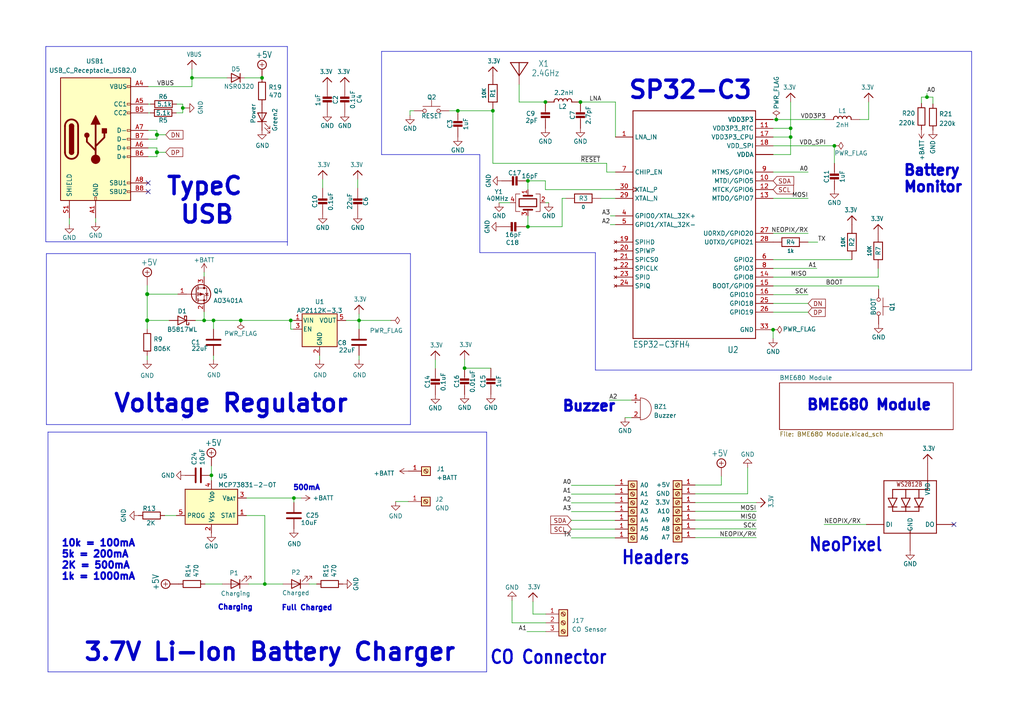
<source format=kicad_sch>
(kicad_sch (version 20230121) (generator eeschema)
  (paper "A4")
  (lib_symbols
    (symbol "Adafruit QT Py ESP32-C3-eagle-import:+5V" (power)
      (property "Value" "+5V" (at -1.905 3.175 0))
      (symbol "+5V_1_0"
        (pin power_in line (at 0 -2.54 90) (length 2.54) (name "+5V") (number "1"))
      )
    )
    (symbol "Adafruit QT Py ESP32-C3-eagle-import:3.3V" (power)
      (property "Value" "3.3V" (at -1.524 1.016 0))
      (symbol "3.3V_1_0"
        (pin power_in line (at 0 -2.54 90) (length 2.54) (name "3.3V") (number "1"))
      )
    )
    (symbol "Adafruit QT Py ESP32-C3-eagle-import:ANTENNA_JOHANSON_2450AT18B100"
      (property "Reference" "X" (at 3.81 1.27 0))
      (property "Value" "ANTENNA_JOHANSON_2450AT18B100" (at 3.81 -1.27 0))
      (symbol "ANTENNA_JOHANSON_2450AT18B100_1_0"
        (pin passive line (at 0 -2.54 90) (length 2.54) (name "P$1") (number "FP"))
      )
    )
    (symbol "Adafruit QT Py ESP32-C3-eagle-import:CAP_CERAMIC0805-NOOUTLINE"
      (property "Reference" "C" (at -2.29 1.25 90))
      (property "Value" "CAP_CERAMIC0805-NOOUTLINE" (at 2.3 1.25 90))
      (symbol "CAP_CERAMIC0805-NOOUTLINE_1_0"
        (pin passive line (at 0 5.08 270) (length 2.54) (name "1") (number "1"))
        (pin passive line (at 0 -2.54 90) (length 2.54) (name "2") (number "2"))
      )
    )
    (symbol "Adafruit QT Py ESP32-C3-eagle-import:CAP_CERAMIC_0402NO"
      (property "Reference" "C" (at -2.29 1.25 90))
      (property "Value" "CAP_CERAMIC_0402NO" (at 2.3 1.25 90))
      (symbol "CAP_CERAMIC_0402NO_1_0"
        (pin passive line (at 0 5.08 270) (length 2.54) (name "1") (number "1"))
        (pin passive line (at 0 -2.54 90) (length 2.54) (name "2") (number "2"))
      )
    )
    (symbol "Adafruit QT Py ESP32-C3-eagle-import:DIODE_SOD323MINI"
      (property "Reference" "D" (at 0 2.54 0))
      (property "Value" "DIODE_SOD323MINI" (at 0 -2.5 0))
      (symbol "DIODE_SOD323MINI_1_0"
        (pin passive line (at -2.54 0 0) (length 2.54) (name "A") (number "A"))
        (pin passive line (at 2.54 0 180) (length 2.54) (name "C") (number "C"))
      )
    )
    (symbol "Adafruit QT Py ESP32-C3-eagle-import:ESP32-C3FH4"
      (property "Reference" "U" (at -17.78 33.782 0))
      (property "Value" "ESP32-C3FH4" (at -17.78 -33.782 0))
      (symbol "ESP32-C3FH4_1_0"
        (pin bidirectional line (at -22.86 25.4 0) (length 5.08) (name "LNA_IN") (number "1"))
        (pin bidirectional line (at 22.86 12.7 180) (length 5.08) (name "MTDI/GPIO5") (number "10"))
        (pin power_in line (at 22.86 27.94 180) (length 5.08) (name "VDD3P3_RTC") (number "11"))
        (pin bidirectional line (at 22.86 10.16 180) (length 5.08) (name "MTCK/GPIO6") (number "12"))
        (pin bidirectional line (at 22.86 7.62 180) (length 5.08) (name "MTDO/GPIO7") (number "13"))
        (pin bidirectional line (at 22.86 -15.24 180) (length 5.08) (name "GPIO8") (number "14"))
        (pin bidirectional line (at 22.86 -17.78 180) (length 5.08) (name "BOOT/GPIO9") (number "15"))
        (pin bidirectional line (at 22.86 -20.32 180) (length 5.08) (name "GPIO10") (number "16"))
        (pin power_in line (at 22.86 25.4 180) (length 5.08) (name "VDD3P3_CPU") (number "17"))
        (pin power_in line (at 22.86 22.86 180) (length 5.08) (name "VDD_SPI") (number "18"))
        (pin no_connect line (at -22.86 -5.08 0) (length 5.08) (name "SPIHD") (number "19"))
        (pin power_in line (at 22.86 30.48 180) (length 5.08) (name "VDD3P3") (number "2"))
        (pin no_connect line (at -22.86 -7.62 0) (length 5.08) (name "SPIWP") (number "20"))
        (pin no_connect line (at -22.86 -10.16 0) (length 5.08) (name "SPICS0") (number "21"))
        (pin no_connect line (at -22.86 -12.7 0) (length 5.08) (name "SPICLK") (number "22"))
        (pin no_connect line (at -22.86 -15.24 0) (length 5.08) (name "SPID") (number "23"))
        (pin no_connect line (at -22.86 -17.78 0) (length 5.08) (name "SPIQ") (number "24"))
        (pin bidirectional line (at 22.86 -22.86 180) (length 5.08) (name "GPIO18") (number "25"))
        (pin bidirectional line (at 22.86 -25.4 180) (length 5.08) (name "GPIO19") (number "26"))
        (pin bidirectional line (at 22.86 -2.54 180) (length 5.08) (name "U0RXD/GPIO20") (number "27"))
        (pin bidirectional line (at 22.86 -5.08 180) (length 5.08) (name "U0TXD/GPIO21") (number "28"))
        (pin output line (at -22.86 7.62 0) (length 5.08) (name "XTAL_N") (number "29"))
        (pin power_in line (at 22.86 30.48 180) (length 5.08) (name "VDD3P3") (number "3"))
        (pin input clock (at -22.86 10.16 0) (length 5.08) (name "XTAL_P") (number "30"))
        (pin power_in line (at 22.86 20.32 180) (length 5.08) (name "VDDA") (number "31"))
        (pin power_in line (at 22.86 20.32 180) (length 5.08) (name "VDDA") (number "32"))
        (pin power_in line (at 22.86 -30.48 180) (length 5.08) (name "GND") (number "33"))
        (pin bidirectional line (at -22.86 2.54 0) (length 5.08) (name "GPIO0/XTAL_32K+") (number "4"))
        (pin bidirectional line (at -22.86 0 0) (length 5.08) (name "GPIO1/XTAL_32K-") (number "5"))
        (pin bidirectional line (at 22.86 -10.16 180) (length 5.08) (name "GPIO2") (number "6"))
        (pin input line (at -22.86 15.24 0) (length 5.08) (name "CHIP_EN") (number "7"))
        (pin bidirectional line (at 22.86 -12.7 180) (length 5.08) (name "GPIO3") (number "8"))
        (pin bidirectional line (at 22.86 15.24 180) (length 5.08) (name "MTMS/GPIO4") (number "9"))
      )
    )
    (symbol "Adafruit QT Py ESP32-C3-eagle-import:INDUCTOR_0402"
      (property "Reference" "L" (at 0 2.54 0))
      (property "Value" "INDUCTOR_0402" (at 0 -1.54 0))
      (symbol "INDUCTOR_0402_1_0"
        (pin passive line (at -5.08 0 0) (length 2.54) (name "1") (number "1"))
        (pin passive line (at 5.08 0 180) (length 2.54) (name "2") (number "2"))
      )
    )
    (symbol "Adafruit QT Py ESP32-C3-eagle-import:RESISTOR_0402NO"
      (property "Reference" "R" (at 0 2.54 0))
      (property "Value" "RESISTOR_0402NO" (at 0 0 0))
      (symbol "RESISTOR_0402NO_1_0"
        (pin passive line (at -5.08 0 0) (length 2.54) (name "1") (number "1"))
        (pin passive line (at 5.08 0 180) (length 2.54) (name "2") (number "2"))
      )
    )
    (symbol "Adafruit QT Py ESP32-C3-eagle-import:RESISTOR_TWO6MIL"
      (property "Reference" "R" (at 0 2.54 0))
      (property "Value" "RESISTOR_TWO6MIL" (at 0 0 0))
      (symbol "RESISTOR_TWO6MIL_1_0"
        (pin passive line (at -5.08 0 0) (length 2.54) (name "1") (number "1"))
        (pin passive line (at 5.08 0 180) (length 2.54) (name "2") (number "2"))
      )
    )
    (symbol "Adafruit QT Py ESP32-C3-eagle-import:VBUS" (power)
      (property "Value" "VBUS" (at -1.524 1.016 0))
      (symbol "VBUS_1_0"
        (pin power_in line (at 0 -2.54 90) (length 2.54) (name "VBUS") (number "1"))
      )
    )
    (symbol "Adafruit QT Py ESP32-C3-eagle-import:WS2812B_SK6805_1515"
      (symbol "WS2812B_SK6805_1515_1_0"
        (text "WS2812B" (at -4.064 8.382 0) (effects (font (size 1.27 1.0795)) (justify left bottom)))
        (pin input line (at -12.7 -2.54 0) (length 5.08) (name "DI") (number "1"))
        (pin power_in line (at 5.08 15.24 270) (length 5.08) (name "VDD") (number "2"))
        (pin output line (at 12.7 -2.54 180) (length 5.08) (name "DO") (number "3"))
        (pin power_in line (at 0 -10.16 90) (length 5.08) (name "GND") (number "4"))
      )
    )
    (symbol "Battery_Management:MCP73831-2-OT"
      (property "Reference" "U" (at -7.62 6.35 0))
      (property "Value" "MCP73831-2-OT" (at 1.27 6.35 0))
      (symbol "MCP73831-2-OT_1_1"
        (pin output line (at 10.16 -2.54 180) (length 2.54) (name "STAT") (number "1"))
        (pin power_in line (at 0 -7.62 90) (length 2.54) (name "V_{SS}") (number "2"))
        (pin power_out line (at 10.16 2.54 180) (length 2.54) (name "V_{BAT}") (number "3"))
        (pin power_in line (at 0 7.62 270) (length 2.54) (name "V_{DD}") (number "4"))
        (pin input line (at -10.16 -2.54 0) (length 2.54) (name "PROG") (number "5"))
      )
    )
    (symbol "Connector:Screw_Terminal_01x01" (pin_names (offset 1.016) hide)
      (property "Reference" "J" (at 0 2.54 0))
      (property "Value" "Screw_Terminal_01x01" (at 0 -2.54 0))
      (symbol "Screw_Terminal_01x01_1_1"
        (pin passive line (at -5.08 0 0) (length 3.81) (name "Pin_1") (number "1"))
      )
    )
    (symbol "Connector:Screw_Terminal_01x03" (pin_names (offset 1.016) hide)
      (property "Reference" "J" (at 0 5.08 0))
      (property "Value" "Screw_Terminal_01x03" (at 0 -5.08 0))
      (symbol "Screw_Terminal_01x03_1_1"
        (pin passive line (at -5.08 2.54 0) (length 3.81) (name "Pin_1") (number "1"))
        (pin passive line (at -5.08 0 0) (length 3.81) (name "Pin_2") (number "2"))
        (pin passive line (at -5.08 -2.54 0) (length 3.81) (name "Pin_3") (number "3"))
      )
    )
    (symbol "Connector:USB_C_Receptacle_USB2.0" (pin_names (offset 1.016))
      (property "Reference" "J" (at -10.16 19.05 0))
      (property "Value" "USB_C_Receptacle_USB2.0" (at 19.05 19.05 0))
      (symbol "USB_C_Receptacle_USB2.0_1_1"
        (pin passive line (at 0 -22.86 90) (length 5.08) (name "GND") (number "A1"))
        (pin passive line (at 0 -22.86 90) (length 5.08) hide (name "GND") (number "A12"))
        (pin passive line (at 15.24 15.24 180) (length 5.08) (name "VBUS") (number "A4"))
        (pin bidirectional line (at 15.24 10.16 180) (length 5.08) (name "CC1") (number "A5"))
        (pin bidirectional line (at 15.24 -2.54 180) (length 5.08) (name "D+") (number "A6"))
        (pin bidirectional line (at 15.24 2.54 180) (length 5.08) (name "D-") (number "A7"))
        (pin bidirectional line (at 15.24 -12.7 180) (length 5.08) (name "SBU1") (number "A8"))
        (pin passive line (at 15.24 15.24 180) (length 5.08) hide (name "VBUS") (number "A9"))
        (pin passive line (at 0 -22.86 90) (length 5.08) hide (name "GND") (number "B1"))
        (pin passive line (at 0 -22.86 90) (length 5.08) hide (name "GND") (number "B12"))
        (pin passive line (at 15.24 15.24 180) (length 5.08) hide (name "VBUS") (number "B4"))
        (pin bidirectional line (at 15.24 7.62 180) (length 5.08) (name "CC2") (number "B5"))
        (pin bidirectional line (at 15.24 -5.08 180) (length 5.08) (name "D+") (number "B6"))
        (pin bidirectional line (at 15.24 0 180) (length 5.08) (name "D-") (number "B7"))
        (pin bidirectional line (at 15.24 -15.24 180) (length 5.08) (name "SBU2") (number "B8"))
        (pin passive line (at 15.24 15.24 180) (length 5.08) hide (name "VBUS") (number "B9"))
        (pin passive line (at -7.62 -22.86 90) (length 5.08) (name "SHIELD") (number "S1"))
      )
    )
    (symbol "Device:Buzzer" (pin_names (offset 0.0254) hide)
      (property "Reference" "BZ" (at 3.81 1.27 0))
      (property "Value" "Buzzer" (at 3.81 -1.27 0))
      (symbol "Buzzer_1_1"
        (pin passive line (at -2.54 2.54 0) (length 2.54) (name "-") (number "1"))
        (pin passive line (at -2.54 -2.54 0) (length 2.54) (name "+") (number "2"))
      )
    )
    (symbol "Device:C" (pin_numbers hide) (pin_names (offset 0.254))
      (property "Reference" "C" (at 0.635 2.54 0))
      (property "Value" "C" (at 0.635 -2.54 0))
      (symbol "C_1_1"
        (pin passive line (at 0 3.81 270) (length 2.794) (name "~") (number "1"))
        (pin passive line (at 0 -3.81 90) (length 2.794) (name "~") (number "2"))
      )
    )
    (symbol "Device:Crystal_GND24" (pin_names (offset 1.016) hide)
      (property "Reference" "Y" (at 3.175 5.08 0))
      (property "Value" "Crystal_GND24" (at 3.175 3.175 0))
      (symbol "Crystal_GND24_1_1"
        (pin passive line (at -3.81 0 0) (length 1.27) (name "1") (number "1"))
        (pin passive line (at 0 5.08 270) (length 1.27) (name "2") (number "2"))
        (pin passive line (at 3.81 0 180) (length 1.27) (name "3") (number "3"))
        (pin passive line (at 0 -5.08 90) (length 1.27) (name "4") (number "4"))
      )
    )
    (symbol "Device:D_Schottky" (pin_numbers hide) (pin_names (offset 1.016) hide)
      (property "Reference" "D" (at 0 2.54 0))
      (property "Value" "D_Schottky" (at 0 -2.54 0))
      (symbol "D_Schottky_1_1"
        (pin passive line (at -3.81 0 0) (length 2.54) (name "K") (number "1"))
        (pin passive line (at 3.81 0 180) (length 2.54) (name "A") (number "2"))
      )
    )
    (symbol "Device:LED" (pin_numbers hide) (pin_names (offset 1.016) hide)
      (property "Reference" "D" (at 0 2.54 0))
      (property "Value" "LED" (at 0 -2.54 0))
      (symbol "LED_1_1"
        (pin passive line (at -3.81 0 0) (length 2.54) (name "K") (number "1"))
        (pin passive line (at 3.81 0 180) (length 2.54) (name "A") (number "2"))
      )
    )
    (symbol "Device:R" (pin_numbers hide) (pin_names (offset 0))
      (property "Reference" "R" (at 2.032 0 90))
      (property "Value" "R" (at 0 0 90))
      (symbol "R_1_1"
        (pin passive line (at 0 3.81 270) (length 1.27) (name "~") (number "1"))
        (pin passive line (at 0 -3.81 90) (length 1.27) (name "~") (number "2"))
      )
    )
    (symbol "Regulator_Linear:AP2112K-3.3" (pin_names (offset 0.254))
      (property "Reference" "U" (at -5.08 5.715 0))
      (property "Value" "AP2112K-3.3" (at 0 5.715 0))
      (symbol "AP2112K-3.3_1_1"
        (pin power_in line (at -7.62 2.54 0) (length 2.54) (name "VIN") (number "1"))
        (pin power_in line (at 0 -7.62 90) (length 2.54) (name "GND") (number "2"))
        (pin input line (at -7.62 0 0) (length 2.54) (name "EN") (number "3"))
        (pin no_connect line (at 5.08 0 180) (length 2.54) hide (name "NC") (number "4"))
        (pin power_out line (at 7.62 2.54 180) (length 2.54) (name "VOUT") (number "5"))
      )
    )
    (symbol "Switch:SW_Push" (pin_numbers hide) (pin_names (offset 1.016) hide)
      (property "Reference" "SW" (at 1.27 2.54 0))
      (property "Value" "SW_Push" (at 0 -1.524 0))
      (symbol "SW_Push_0_1"
        (pin passive line (at -5.08 0 0) (length 2.54) (name "1") (number "1"))
        (pin passive line (at 5.08 0 180) (length 2.54) (name "2") (number "2"))
      )
    )
    (symbol "Transistor_FET:AO3401A" (pin_names hide)
      (property "Reference" "Q" (at 5.08 1.905 0))
      (property "Value" "AO3401A" (at 5.08 0 0))
      (symbol "AO3401A_1_1"
        (pin input line (at -5.08 0 0) (length 2.54) (name "G") (number "1"))
        (pin passive line (at 2.54 -5.08 90) (length 2.54) (name "S") (number "2"))
        (pin passive line (at 2.54 5.08 270) (length 2.54) (name "D") (number "3"))
      )
    )
    (symbol "power:+BATT" (power) (pin_names (offset 0))
      (property "Value" "+BATT" (at 0 3.556 0))
      (symbol "+BATT_1_1"
        (pin power_in line (at 0 0 90) (length 0) hide (name "+BATT") (number "1"))
      )
    )
    (symbol "power:GND" (power) (pin_names (offset 0))
      (property "Value" "GND" (at 0 -3.81 0))
      (symbol "GND_1_1"
        (pin power_in line (at 0 0 270) (length 0) hide (name "GND") (number "1"))
      )
    )
    (symbol "power:PWR_FLAG" (power) (pin_numbers hide) (pin_names (offset 0) hide)
      (property "Value" "PWR_FLAG" (at 0 3.81 0))
      (symbol "PWR_FLAG_0_0"
        (pin power_out line (at 0 0 90) (length 0) (name "pwr") (number "1"))
      )
    )
  )
  (junction (at 61.9252 92.9386))
  (junction (at 153.1112 52.451))
  (junction (at 229.3112 39.751))
  (junction (at 104.14 92.9386))
  (junction (at 224.2312 95.631))
  (junction (at 132.7912 32.131))
  (junction (at 85.2424 144.4498))
  (junction (at 158.1912 29.591))
  (junction (at 69.8246 92.9386))
  (junction (at 84.328 92.9386))
  (junction (at 42.6974 92.9386) (diameter 1.016))
  (junction (at 153.1112 65.7606))
  (junction (at 59.2074 92.9386))
  (junction (at 229.3112 37.211))
  (junction (at 134.747 106.7816))
  (junction (at 76.8096 169.3926))
  (junction (at 168.3512 29.591))
  (junction (at 75.9968 22.5806))
  (junction (at 225.171 34.671))
  (junction (at 61.3156 137.8712))
  (junction (at 53.0098 31.3182))
  (junction (at 42.6974 85.3186) (diameter 1.016))
  (junction (at 242.0112 42.291))
  (junction (at 45.5168 39.0906) (diameter 1.016))
  (junction (at 55.6768 22.5806))
  (junction (at 268.859 28.1686))
  (junction (at 142.9512 32.131))
  (junction (at 45.5168 44.1706) (diameter 1.016))
  (no_connect (at 42.9768 55.6006))
  (no_connect (at 42.9768 53.0606))
  (no_connect (at 276.6822 152.1206))
  (wire (pts (xy 45.5168 45.4406) (xy 42.9768 45.4406)))
  (wire (pts (xy 224.2312 75.311) (xy 247.0912 75.311)))
  (wire (pts (xy 168.3512 29.591) (xy 178.5112 29.591)))
  (wire (pts (xy 55.6768 22.5806) (xy 65.8368 22.5806)))
  (wire (pts (xy 201.5998 153.3906) (xy 219.3798 153.3906)))
  (wire (pts (xy 76.8096 169.3926) (xy 82.042 169.3926)))
  (wire (pts (xy 42.6974 82.7786) (xy 42.6974 85.3186)))
  (wire (pts (xy 153.1112 62.611) (xy 153.1112 65.7606)))
  (wire (pts (xy 268.859 28.1686) (xy 270.5862 28.1686)))
  (wire (pts (xy 104.14 104.3686) (xy 104.14 103.0986)))
  (polyline (pts (xy 13.9192 125.2982) (xy 13.9192 194.8688)))
  (wire (pts (xy 59.2074 90.3986) (xy 59.2074 92.9386)))
  (wire (pts (xy 144.7546 58.801) (xy 148.0312 58.801)))
  (wire (pts (xy 42.6974 92.9386) (xy 49.0474 92.9386)))
  (polyline (pts (xy 83.3628 13.4874) (xy 83.3628 71.2216)))
  (wire (pts (xy 224.2312 82.931) (xy 254.8382 82.931)))
  (polyline (pts (xy 52.832 121.793) (xy 52.8574 121.793)))
  (wire (pts (xy 159.1564 58.801) (xy 158.1912 58.801)))
  (wire (pts (xy 224.2312 37.211) (xy 229.3112 37.211)))
  (wire (pts (xy 158.1912 52.451) (xy 153.1112 52.451)))
  (wire (pts (xy 158.1912 54.991) (xy 158.1912 52.451)))
  (wire (pts (xy 165.7096 140.7668) (xy 178.4096 140.7668)))
  (wire (pts (xy 229.3112 39.751) (xy 229.3112 37.211)))
  (wire (pts (xy 201.5998 148.3106) (xy 219.3798 148.3106)))
  (wire (pts (xy 158.2928 178.1048) (xy 154.5844 178.1048)))
  (wire (pts (xy 61.3156 135.128) (xy 61.3156 137.8712)))
  (wire (pts (xy 126.2634 106.9086) (xy 126.2634 104.3686)))
  (wire (pts (xy 104.14 95.4786) (xy 104.14 92.9386)))
  (wire (pts (xy 152.8318 183.1848) (xy 158.2928 183.1848)))
  (polyline (pts (xy 281.813 107.3404) (xy 281.813 14.9352)))
  (wire (pts (xy 267.2588 28.1686) (xy 268.859 28.1686)))
  (polyline (pts (xy 110.6678 44.831) (xy 139.1666 44.831)))
  (wire (pts (xy 51.2318 30.2006) (xy 53.0098 30.2006)))
  (wire (pts (xy 176.9872 65.151) (xy 178.5112 65.151)))
  (wire (pts (xy 224.2312 67.691) (xy 234.3912 67.691)))
  (wire (pts (xy 93.599 52.0446) (xy 93.599 54.5846)))
  (polyline (pts (xy 119.0498 73.5584) (xy 119.0498 123.1392)))
  (wire (pts (xy 239.014 152.1206) (xy 251.2822 152.1206)))
  (wire (pts (xy 224.2312 88.011) (xy 234.3912 88.011)))
  (wire (pts (xy 103.759 54.5846) (xy 103.759 52.0446)))
  (wire (pts (xy 178.5112 29.591) (xy 178.5112 39.751)))
  (wire (pts (xy 51.1302 32.7406) (xy 53.0098 32.7406)))
  (wire (pts (xy 201.5998 155.9306) (xy 219.3798 155.9306)))
  (wire (pts (xy 158.1912 54.991) (xy 178.5112 54.991)))
  (wire (pts (xy 216.8398 143.2306) (xy 216.8398 135.6106)))
  (wire (pts (xy 209.2198 140.6906) (xy 209.2198 138.1506)))
  (wire (pts (xy 153.1112 65.7606) (xy 152.7556 65.7606)))
  (wire (pts (xy 224.2312 90.551) (xy 234.3912 90.551)))
  (wire (pts (xy 42.9768 42.9006) (xy 45.5168 42.9006)))
  (wire (pts (xy 178.4096 156.0068) (xy 165.7096 156.0068)))
  (wire (pts (xy 69.8246 92.9386) (xy 84.328 92.9386)))
  (wire (pts (xy 84.328 95.4786) (xy 84.328 92.9386)))
  (wire (pts (xy 53.0098 30.2006) (xy 53.0098 31.3182)))
  (wire (pts (xy 164.1094 57.531) (xy 163.0426 57.531)))
  (wire (pts (xy 175.9712 49.911) (xy 178.5112 49.911)))
  (wire (pts (xy 85.09 95.4786) (xy 84.328 95.4786)))
  (wire (pts (xy 59.2074 78.9686) (xy 59.2074 80.2386)))
  (wire (pts (xy 76.8096 149.5298) (xy 76.8096 169.3926)))
  (wire (pts (xy 120.0912 32.131) (xy 118.9228 32.131)))
  (wire (pts (xy 56.6674 92.9386) (xy 59.2074 92.9386)))
  (polyline (pts (xy 13.9192 125.3236) (xy 141.1478 125.3236)))
  (wire (pts (xy 100.33 92.9386) (xy 104.14 92.9386)))
  (wire (pts (xy 53.0098 31.3182) (xy 53.0098 32.7406)))
  (wire (pts (xy 153.1112 65.7606) (xy 163.0426 65.7606)))
  (polyline (pts (xy 13.2842 13.4874) (xy 83.3628 13.4874)))
  (wire (pts (xy 229.3112 37.211) (xy 229.3112 29.591)))
  (wire (pts (xy 201.5998 143.2306) (xy 216.8398 143.2306)))
  (wire (pts (xy 84.328 92.9386) (xy 85.09 92.9386)))
  (polyline (pts (xy 172.6946 107.3404) (xy 281.813 107.3404)))
  (wire (pts (xy 61.9252 92.9386) (xy 69.8246 92.9386)))
  (wire (pts (xy 165.7096 150.9268) (xy 178.4096 150.9268)))
  (polyline (pts (xy 139.1666 73.279) (xy 172.6946 73.279)))
  (wire (pts (xy 113.3856 92.9386) (xy 104.14 92.9386)))
  (wire (pts (xy 175.9712 47.371) (xy 175.9712 49.911)))
  (wire (pts (xy 45.5168 37.8206) (xy 45.5168 39.0906)))
  (wire (pts (xy 45.5168 39.0906) (xy 45.5168 40.3606)))
  (wire (pts (xy 224.2312 77.851) (xy 236.9312 77.851)))
  (wire (pts (xy 178.4096 143.3068) (xy 165.7096 143.3068)))
  (wire (pts (xy 43.6118 30.2006) (xy 42.9768 30.2006)))
  (wire (pts (xy 71.4756 144.4498) (xy 85.2424 144.4498)))
  (wire (pts (xy 45.5168 39.0906) (xy 48.0568 39.0906)))
  (wire (pts (xy 175.9712 47.371) (xy 142.9512 47.371)))
  (wire (pts (xy 174.2694 57.531) (xy 178.5112 57.531)))
  (wire (pts (xy 239.2426 34.671) (xy 225.171 34.671)))
  (wire (pts (xy 55.6768 22.5806) (xy 55.6768 25.1206)))
  (wire (pts (xy 254.7112 80.391) (xy 254.7112 77.851)))
  (wire (pts (xy 42.6974 85.3186) (xy 51.5874 85.3186)))
  (wire (pts (xy 92.71 103.0986) (xy 92.71 104.3686)))
  (wire (pts (xy 153.1112 52.451) (xy 153.1112 54.991)))
  (wire (pts (xy 177.0126 62.611) (xy 178.5112 62.611)))
  (wire (pts (xy 267.2588 29.972) (xy 267.2588 28.1686)))
  (wire (pts (xy 154.5844 178.1048) (xy 154.5844 174.498)))
  (polyline (pts (xy 13.2842 13.4874) (xy 13.2842 70.1294)))
  (wire (pts (xy 132.7912 32.131) (xy 142.9512 32.131)))
  (wire (pts (xy 45.5168 40.3606) (xy 42.9768 40.3606)))
  (wire (pts (xy 85.2424 144.4498) (xy 87.3506 144.4498)))
  (wire (pts (xy 142.9512 47.371) (xy 142.9512 32.131)))
  (polyline (pts (xy 110.6678 14.9098) (xy 281.813 14.9098)))
  (wire (pts (xy 45.5168 44.1706) (xy 45.5168 45.4406)))
  (wire (pts (xy 20.1168 63.2206) (xy 20.1168 65.1256)))
  (wire (pts (xy 134.747 104.2416) (xy 134.747 106.7816)))
  (wire (pts (xy 201.5998 145.7706) (xy 219.3798 145.7706)))
  (wire (pts (xy 224.2312 42.291) (xy 242.0112 42.291)))
  (wire (pts (xy 148.5138 180.6448) (xy 148.5138 174.1678)))
  (wire (pts (xy 176.657 116.0526) (xy 183.1848 116.0526)))
  (wire (pts (xy 42.6974 92.9386) (xy 42.6974 95.4786)))
  (wire (pts (xy 43.5102 32.7406) (xy 42.9768 32.7406)))
  (wire (pts (xy 72.0852 169.3926) (xy 76.8096 169.3926)))
  (wire (pts (xy 224.2312 80.391) (xy 254.7112 80.391)))
  (wire (pts (xy 70.9168 22.5806) (xy 75.9968 22.5806)))
  (wire (pts (xy 45.5168 44.1706) (xy 48.0568 44.1706)))
  (polyline (pts (xy 172.6946 73.279) (xy 172.6946 107.3404)))
  (wire (pts (xy 53.0098 31.3182) (xy 53.7718 31.3182)))
  (wire (pts (xy 61.9252 92.9386) (xy 61.9252 95.4786)))
  (wire (pts (xy 229.3112 44.831) (xy 229.3112 39.751)))
  (wire (pts (xy 118.9228 32.131) (xy 118.9228 33.4518)))
  (polyline (pts (xy 119.0498 123.1392) (xy 13.462 123.1392)))
  (wire (pts (xy 224.2312 39.751) (xy 229.3112 39.751)))
  (wire (pts (xy 91.821 169.3926) (xy 89.662 169.3926)))
  (wire (pts (xy 237.1852 70.231) (xy 234.3912 70.231)))
  (wire (pts (xy 224.2312 95.631) (xy 224.2312 98.171)))
  (wire (pts (xy 42.6974 85.3186) (xy 42.6974 92.9386)))
  (wire (pts (xy 47.7774 149.5298) (xy 51.1556 149.5298)))
  (wire (pts (xy 42.6974 103.0986) (xy 42.6974 104.3686)))
  (polyline (pts (xy 141.1478 125.3236) (xy 141.1478 194.8688)))
  (wire (pts (xy 85.2424 144.4498) (xy 85.2424 145.7452)))
  (wire (pts (xy 268.859 27.0764) (xy 268.859 28.1686)))
  (polyline (pts (xy 83.3628 70.1294) (xy 13.2842 70.1294)))
  (polyline (pts (xy 13.462 73.5584) (xy 13.462 123.1392)))
  (wire (pts (xy 242.0112 42.291) (xy 242.0112 47.371)))
  (wire (pts (xy 224.2312 44.831) (xy 229.3112 44.831)))
  (wire (pts (xy 45.5168 42.9006) (xy 45.5168 44.1706)))
  (wire (pts (xy 249.4026 34.671) (xy 251.9426 34.671)))
  (wire (pts (xy 158.1912 29.591) (xy 150.5712 29.591)))
  (wire (pts (xy 71.4756 149.5298) (xy 76.8096 149.5298)))
  (wire (pts (xy 59.2074 92.9386) (xy 61.9252 92.9386)))
  (polyline (pts (xy 110.6678 14.9098) (xy 110.6678 44.831)))
  (wire (pts (xy 42.9768 37.8206) (xy 45.5168 37.8206)))
  (wire (pts (xy 224.2312 85.471) (xy 234.3912 85.471)))
  (wire (pts (xy 254.8382 82.931) (xy 254.8382 83.8454)))
  (wire (pts (xy 270.5862 28.1686) (xy 270.5862 30.1498)))
  (wire (pts (xy 165.7096 145.8468) (xy 178.4096 145.8468)))
  (wire (pts (xy 59.4614 169.3926) (xy 64.4652 169.3926)))
  (wire (pts (xy 134.747 106.7816) (xy 142.367 106.7816)))
  (wire (pts (xy 178.4096 153.4668) (xy 165.7096 153.4668)))
  (wire (pts (xy 150.5712 29.591) (xy 150.5712 24.511)))
  (wire (pts (xy 55.6768 20.0406) (xy 55.6768 22.5806)))
  (wire (pts (xy 27.7368 64.4906) (xy 27.7368 63.2206)))
  (wire (pts (xy 130.2512 32.131) (xy 132.7912 32.131)))
  (polyline (pts (xy 13.462 73.5584) (xy 119.0498 73.5584)))
  (wire (pts (xy 201.5998 140.6906) (xy 209.2198 140.6906)))
  (wire (pts (xy 251.9426 34.671) (xy 251.9426 29.591)))
  (wire (pts (xy 178.4096 148.3868) (xy 165.7096 148.3868)))
  (wire (pts (xy 181.2798 121.1326) (xy 183.1848 121.1326)))
  (wire (pts (xy 225.171 34.671) (xy 224.2312 34.671)))
  (wire (pts (xy 224.2312 57.531) (xy 234.3912 57.531)))
  (wire (pts (xy 61.3156 137.8712) (xy 61.3156 139.3698)))
  (wire (pts (xy 163.0426 57.531) (xy 163.0426 65.7606)))
  (polyline (pts (xy 141.1478 194.8688) (xy 13.9192 194.8688)))
  (wire (pts (xy 55.6768 25.1206) (xy 42.9768 25.1206)))
  (wire (pts (xy 224.2312 49.911) (xy 234.3912 49.911)))
  (polyline (pts (xy 139.1666 44.8564) (xy 139.1666 73.279)))
  (wire (pts (xy 104.14 91.059) (xy 104.14 92.9386)))
  (wire (pts (xy 114.7572 145.4658) (xy 118.4148 145.4658)))
  (wire (pts (xy 201.5998 150.8506) (xy 219.3798 150.8506)))
  (wire (pts (xy 158.2928 180.6448) (xy 148.5138 180.6448)))
  (wire (pts (xy 61.9252 104.3686) (xy 61.9252 103.0986)))
  (text "Headers" (at 200.3552 164.084 0) (effects (font (size 3.81 3.2385) (thickness 0.6477) bold) (justify right bottom)))
  (text "NeoPixel" (at 234.3912 160.3502 0) (effects (font (size 3.81 3.2385) (thickness 0.6477) bold) (justify left bottom)))
  (text "CO Connector" (at 176.2506 193.0146 0) (effects (font (size 3.81 3.2385) (thickness 0.6477) bold) (justify right bottom)))
  (text "Battery\nMonitor" (at 261.8486 56.134 0) (effects (font (size 3 3) (thickness 1) bold) (justify left bottom)))
  (text "Buzzer" (at 162.8394 119.6848 0) (effects (font (size 3 3) (thickness 1) bold) (justify left bottom)))
  (text "10k = 100mA\n5k = 200mA\n2K = 500mA\n1k = 1000mA" (at 17.7038 168.4782 0) (effects (font (size 2 2) (thickness 1.0008) bold) (justify left bottom)))
  (text "3.7V Li-Ion Battery Charger" (at 24.003 192.151 0) (effects (font (size 5.0038 5.0038) (thickness 1.0008) bold) (justify left bottom)))
  (text "TypeC  \n" (at 47.9298 57.0738 0) (effects (font (size 5 5) (thickness 1) bold) (justify left bottom)))
  (text "BME680 Module \n" (at 233.7308 119.3292 0) (effects (font (size 3 3) (thickness 1) bold) (justify left bottom)))
  (text "500mA" (at 84.9122 142.4432 0) (effects (font (size 1.5 1.5) (thickness 1.0008) bold) (justify left bottom)))
  (text "Voltage Regulator" (at 32.639 120.0404 0) (effects (font (size 5.0038 5.0038) (thickness 1.0008) bold) (justify left bottom)))
  (text "Charging" (at 63.0428 177.1396 0) (effects (font (size 1.5 1.5) (thickness 1.0008) bold) (justify left bottom)))
  (text "Full Charged" (at 81.5594 177.292 0) (effects (font (size 1.5 1.5) (thickness 1.0008) bold) (justify left bottom)))
  (text "USB\n" (at 51.8668 65.3034 0) (effects (font (size 5 5) (thickness 1) bold) (justify left bottom)))
  (text "SP32-C3" (at 218.5162 29.1592 0) (effects (font (size 5 5) (thickness 1) bold) (justify right bottom)))
  (label "NEOPIX{slash}RX" (at 219.3798 155.9306 180) (effects (font (size 1.2446 1.2446))))
  (label "LNA" (at 170.8912 29.591 0) (effects (font (size 1.2446 1.2446))))
  (label "TX" (at 165.7096 156.0068 180) (effects (font (size 1.2446 1.2446))))
  (label "A3" (at 165.7096 148.3868 180) (effects (font (size 1.2446 1.2446))))
  (label "A0" (at 268.859 27.0764 0) (effects (font (size 1.2446 1.2446))))
  (label "SCK" (at 219.3798 153.3906 180) (effects (font (size 1.2446 1.2446))))
  (label "VBUS" (at 45.5168 25.1206 0) (effects (font (size 1.2446 1.2446))))
  (label "A1" (at 236.9312 77.851 180) (effects (font (size 1.2446 1.2446))))
  (label "~{RESET}" (at 168.3512 47.371 0) (effects (font (size 1.2446 1.2446))))
  (label "NEOPIX{slash}RX" (at 234.3912 67.691 180) (effects (font (size 1.2446 1.2446))))
  (label "A2" (at 165.7096 145.8468 180) (effects (font (size 1.2446 1.2446))))
  (label "A1" (at 152.8318 183.1848 180) (effects (font (size 1.2446 1.2446))))
  (label "NEOPIX{slash}RX" (at 239.014 152.1206 0) (effects (font (size 1.2446 1.2446))))
  (label "VDD3P3" (at 232.2068 34.671 0) (effects (font (size 1.2446 1.2446))))
  (label "SCK" (at 234.3912 85.471 180) (effects (font (size 1.2446 1.2446))))
  (label "A3" (at 177.0126 62.611 180) (effects (font (size 1.2446 1.2446))))
  (label "A1" (at 165.7096 143.3068 180) (effects (font (size 1.2446 1.2446))))
  (label "BOOT" (at 239.4712 82.931 0) (effects (font (size 1.2446 1.2446))))
  (label "VDD_SPI" (at 231.8512 42.291 0) (effects (font (size 1.2446 1.2446))))
  (label "A0" (at 165.7096 140.7668 180) (effects (font (size 1.2446 1.2446))))
  (label "MISO" (at 229.3112 80.391 0) (effects (font (size 1.2446 1.2446))))
  (label "TX" (at 237.1852 70.231 0) (effects (font (size 1.2446 1.2446))))
  (label "MOSI" (at 219.3798 148.3106 180) (effects (font (size 1.2446 1.2446))))
  (label "A2" (at 176.9872 65.151 180) (effects (font (size 1.2446 1.2446))))
  (label "MISO" (at 219.3798 150.8506 180) (effects (font (size 1.2446 1.2446))))
  (label "MOSI" (at 234.3912 57.531 180) (effects (font (size 1.2446 1.2446))))
  (label "A0" (at 234.3912 49.911 180) (effects (font (size 1.2446 1.2446))))
  (label "A2" (at 176.657 116.0526 0) (effects (font (size 1.2446 1.2446))))
  (global_label "SCL" (shape input) (at 165.7096 153.4668 180) (property "Intersheetrefs" "${INTERSHEET_REFS}" (effects hide)))
  (global_label "SDA" (shape input) (at 165.7096 150.9268 180) (property "Intersheetrefs" "${INTERSHEET_REFS}" (effects hide)))
  (global_label "DN" (shape input) (at 234.3912 88.011 0) (property "Intersheetrefs" "${INTERSHEET_REFS}" (effects hide)))
  (global_label "SDA" (shape input) (at 224.2312 52.451 0) (property "Intersheetrefs" "${INTERSHEET_REFS}" (effects hide)))
  (global_label "SCL" (shape input) (at 224.2312 54.991 0) (property "Intersheetrefs" "${INTERSHEET_REFS}" (effects hide)))
  (global_label "DN" (shape input) (at 48.0568 39.0906 0) (property "Intersheetrefs" "${INTERSHEET_REFS}" (effects hide)))
  (global_label "DP" (shape input) (at 234.3912 90.551 0) (property "Intersheetrefs" "${INTERSHEET_REFS}" (effects hide)))
  (global_label "DP" (shape input) (at 48.0568 44.1706 0) (property "Intersheetrefs" "${INTERSHEET_REFS}" (effects hide)))
  (symbol (lib_id "Connector:USB_C_Receptacle_USB2.0") (at 27.7368 40.3606 0) (unit 1)
    (property "Reference" "USB1" (at 24.9428 17.7546 0) (effects (justify left)))
    (property "Value" "USB_C_Receptacle_USB2.0" (at 39.6748 20.4216 0) (effects (justify right)))
    (property "Footprint" "Ahsan Libs:USB_C_Receptacle_HRO_TYPE-C-31-M-12" (effects hide))
    (property "Datasheet" "https://www.usb.org/sites/default/files/documents/usb_type-c.zip" (effects hide))
  )
  (symbol (lib_id "power:GND") (at 53.7718 31.3182 90) (unit 1)
    (property "Reference" "#PWR02" (effects hide))
    (property "Value" "GND" (at 58.166 31.1912 0))
  )
  (symbol (lib_id "power:GND") (at 254.8382 94.0054 0) (mirror y) (unit 1)
    (property "Reference" "#PWR0111" (effects hide))
    (property "Value" "GND" (at 254.8382 97.8154 0))
    (property "Footprint" "Adafruit QT Py ESP32-C3:" (effects hide))
  )
  (symbol (lib_id "power:GND") (at 144.7546 58.801 0) (mirror y) (unit 1)
    (property "Reference" "#PWR013" (effects hide))
    (property "Value" "GND" (at 144.7546 62.611 0))
    (property "Footprint" "Adafruit QT Py ESP32-C3:" (effects hide))
  )
  (symbol (lib_id "Device:R") (at 47.4218 30.2006 90) (unit 1)
    (property "Reference" "R6" (at 47.2948 28.0416 90))
    (property "Value" "5.1k" (at 47.6758 30.2006 90))
    (property "Footprint" "Ahsan Libs:R_0402_1005Metric" (effects hide))
  )
  (symbol (lib_id "Adafruit QT Py ESP32-C3-eagle-import:CAP_CERAMIC_0402NO") (at 99.9998 30.1244 0) (unit 1)
    (property "Reference" "C4" (at 104.267 28.6766 90))
    (property "Value" "0.1uF" (at 102.2998 28.8744 90))
    (property "Footprint" "Ahsan Libs:C_0402_1005Metric" (effects hide))
  )
  (symbol (lib_id "Connector:Screw_Terminal_01x01") (at 183.4896 143.3068 0) (unit 1) (in_bom no)
    (property "Reference" "J4" (effects hide))
    (property "Value" "A1" (at 185.6486 143.2306 0) (effects (justify left)))
    (property "Footprint" "Ahsan Libs:1X01_CASTEL" (effects hide))
  )
  (symbol (lib_id "power:GND") (at 224.2312 98.171 0) (mirror y) (unit 1)
    (property "Reference" "#PWR0110" (effects hide))
    (property "Value" "GND" (at 224.2312 101.981 0))
    (property "Footprint" "Adafruit QT Py ESP32-C3:" (effects hide))
  )
  (symbol (lib_id "power:PWR_FLAG") (at 242.0112 42.291 270) (unit 1)
    (property "Reference" "#FLG04" (effects hide))
    (property "Value" "PWR_FLAG" (at 246.8372 44.4246 90))
  )
  (symbol (lib_id "Device:LED") (at 68.2752 169.3926 180) (unit 1)
    (property "Reference" "P1" (at 66.5226 166.1922 0) (effects (justify right)))
    (property "Value" "Charging" (at 64.008 172.1358 0) (effects (justify right)))
    (property "Footprint" "Ahsan Libs:LED_0603_1608Metric" (effects hide))
    (property "LCSC" "C72041" (effects hide))
  )
  (symbol (lib_id "Adafruit QT Py ESP32-C3-eagle-import:3.3V") (at 247.0912 62.611 0) (mirror y) (unit 1)
    (property "Reference" "#U$015" (effects hide))
    (property "Value" "3.3V" (at 248.6152 61.595 0) (effects (font (size 1.27 1.0795)) (justify left bottom)))
    (property "Footprint" "Adafruit QT Py ESP32-C3:" (effects hide))
  )
  (symbol (lib_id "power:GND") (at 270.5862 37.7698 0) (unit 1)
    (property "Reference" "#PWR015" (effects hide))
    (property "Value" "GND" (at 270.5608 44.7294 90) (effects (justify left)))
  )
  (symbol (lib_id "Adafruit QT Py ESP32-C3-eagle-import:CAP_CERAMIC_0402NO") (at 148.0312 52.451 270) (unit 1)
    (property "Reference" "C17" (at 149.2812 50.161 90))
    (property "Value" "16pF" (at 153.67 51.0286 90))
    (property "Footprint" "Ahsan Libs:C_0402_1005Metric" (effects hide))
  )
  (symbol (lib_id "power:GND") (at 216.8398 135.6106 180) (unit 1)
    (property "Reference" "#PWR0108" (effects hide))
    (property "Value" "GND" (at 216.8398 131.8006 0))
    (property "Footprint" "Adafruit QT Py ESP32-C3:" (effects hide))
  )
  (symbol (lib_id "power:PWR_FLAG") (at 113.3856 92.9386 270) (unit 1)
    (property "Reference" "#FLG02" (effects hide))
    (property "Value" "PWR_FLAG" (at 112.0394 95.885 90))
  )
  (symbol (lib_id "Adafruit QT Py ESP32-C3-eagle-import:CAP_CERAMIC_0402NO") (at 94.9198 30.1244 0) (unit 1)
    (property "Reference" "C2" (at 97.3074 28.956 90))
    (property "Value" "1uF" (at 92.202 29.0068 90))
    (property "Footprint" "Ahsan Libs:C_0402_1005Metric" (effects hide))
  )
  (symbol (lib_id "Adafruit QT Py ESP32-C3-eagle-import:RESISTOR_0402NO") (at 247.0912 70.231 270) (unit 1)
    (property "Reference" "R2" (at 247.0912 70.231 0))
    (property "Value" "10K" (at 244.5512 70.231 0) (effects (font (size 1.016 1.016) bold)))
    (property "Footprint" "Ahsan Libs:R_0402_1005Metric" (effects hide))
  )
  (symbol (lib_id "Adafruit QT Py ESP32-C3-eagle-import:+5V") (at 49.3014 169.3926 90) (unit 1)
    (property "Reference" "#SUPPLY05" (effects hide))
    (property "Value" "+5V" (at 46.1264 171.2976 0) (effects (font (size 1.778 1.5113)) (justify left bottom)))
    (property "Footprint" "Adafruit QT Py ESP32-C3:" (effects hide))
  )
  (symbol (lib_id "power:GND") (at 134.747 114.4016 0) (mirror y) (unit 1)
    (property "Reference" "#PWR0102" (effects hide))
    (property "Value" "GND" (at 134.747 118.2116 0))
    (property "Footprint" "Adafruit QT Py ESP32-C3:" (effects hide))
  )
  (symbol (lib_id "Adafruit QT Py ESP32-C3-eagle-import:3.3V") (at 221.9198 145.7706 270) (mirror x) (unit 1)
    (property "Reference" "#U$010" (effects hide))
    (property "Value" "3.3V" (at 222.9358 147.2946 0) (effects (font (size 1.27 1.0795)) (justify left bottom)))
    (property "Footprint" "Adafruit QT Py ESP32-C3:" (effects hide))
  )
  (symbol (lib_id "power:GND") (at 53.6956 137.8712 270) (unit 1)
    (property "Reference" "#PWR022" (effects hide))
    (property "Value" "GND" (at 46.6852 137.8966 90) (effects (justify left)))
  )
  (symbol (lib_id "Connector:Screw_Terminal_01x01") (at 196.5198 148.3106 0) (mirror y) (unit 1) (in_bom no)
    (property "Reference" "J13" (effects hide))
    (property "Value" "A10" (at 194.3608 148.2344 0) (effects (justify left)))
    (property "Footprint" "Ahsan Libs:1X01_CASTEL" (effects hide))
  )
  (symbol (lib_id "Connector:Screw_Terminal_01x03") (at 163.3728 180.6448 0) (unit 1)
    (property "Reference" "J17" (at 165.8366 180.0098 0) (effects (justify left)))
    (property "Value" "CO Sensor" (at 165.8366 182.5498 0) (effects (justify left)))
    (property "Footprint" "Connector_PinHeader_2.54mm:PinHeader_1x03_P2.54mm_Vertical" (effects hide))
  )
  (symbol (lib_id "power:GND") (at 99.441 169.3926 90) (unit 1)
    (property "Reference" "#PWR032" (effects hide))
    (property "Value" "GND" (at 103.251 171.4246 0) (effects (justify left)))
  )
  (symbol (lib_id "power:GND") (at 168.3512 37.211 0) (mirror y) (unit 1)
    (property "Reference" "#PWR0112" (effects hide))
    (property "Value" "GND" (at 168.3512 41.021 0))
    (property "Footprint" "Adafruit QT Py ESP32-C3:" (effects hide))
  )
  (symbol (lib_id "power:GND") (at 42.6974 104.3686 0) (unit 1)
    (property "Reference" "#PWR018" (effects hide))
    (property "Value" "GND" (at 42.6974 108.9312 0))
  )
  (symbol (lib_id "Adafruit QT Py ESP32-C3-eagle-import:CAP_CERAMIC0805-NOOUTLINE") (at 103.759 59.6646 0) (mirror y) (unit 1)
    (property "Reference" "C6" (at 106.049 58.4146 90))
    (property "Value" "22uF" (at 101.459 58.4146 90))
    (property "Footprint" "Ahsan Libs:C_0805_2012Metric" (effects hide))
  )
  (symbol (lib_id "power:GND") (at 40.1574 149.5298 270) (unit 1)
    (property "Reference" "#PWR027" (effects hide))
    (property "Value" "GND" (at 35.833 149.5298 0))
  )
  (symbol (lib_id "Adafruit QT Py ESP32-C3-eagle-import:3.3V") (at 269.0622 131.8006 0) (unit 1)
    (property "Reference" "#U$013" (effects hide))
    (property "Value" "3.3V" (at 267.5382 130.7846 0) (effects (font (size 1.27 1.0795)) (justify left bottom)))
    (property "Footprint" "Adafruit QT Py ESP32-C3:" (effects hide))
  )
  (symbol (lib_id "Device:C") (at 61.9252 99.2886 0) (unit 1)
    (property "Reference" "C1" (at 55.3974 99.2886 0) (effects (justify left)))
    (property "Value" "22uF" (at 55.499 101.0666 0) (effects (justify left)))
    (property "Footprint" "Ahsan Libs:C_0805_2012Metric" (effects hide))
    (property "LCSC" " " (effects hide))
  )
  (symbol (lib_id "power:GND") (at 263.9822 159.7406 0) (mirror y) (unit 1)
    (property "Reference" "#PWR0109" (effects hide))
    (property "Value" "GND" (at 263.9822 163.5506 0))
    (property "Footprint" "Adafruit QT Py ESP32-C3:" (effects hide))
  )
  (symbol (lib_id "power:+BATT") (at 118.4656 136.652 90) (unit 1)
    (property "Reference" "#PWR09" (effects hide))
    (property "Value" "+BATT" (at 114.427 137.287 90) (effects (justify left)))
  )
  (symbol (lib_id "Adafruit QT Py ESP32-C3-eagle-import:3.3V") (at 134.747 101.7016 0) (unit 1)
    (property "Reference" "#U$024" (effects hide))
    (property "Value" "3.3V" (at 133.223 100.6856 0) (effects (font (size 1.27 1.0795)) (justify left bottom)))
    (property "Footprint" "Adafruit QT Py ESP32-C3:" (effects hide))
  )
  (symbol (lib_id "Adafruit QT Py ESP32-C3-eagle-import:3.3V") (at 142.9512 19.431 0) (unit 1)
    (property "Reference" "#U$04" (effects hide))
    (property "Value" "3.3V" (at 141.4272 18.415 0) (effects (font (size 1.27 1.0795)) (justify left bottom)))
    (property "Footprint" "Adafruit QT Py ESP32-C3:" (effects hide))
  )
  (symbol (lib_id "Adafruit QT Py ESP32-C3-eagle-import:3.3V") (at 154.5844 171.958 0) (unit 1)
    (property "Reference" "#U$05" (effects hide))
    (property "Value" "3.3V" (at 153.0604 170.942 0) (effects (font (size 1.27 1.0795)) (justify left bottom)))
    (property "Footprint" "Adafruit QT Py ESP32-C3:" (effects hide))
  )
  (symbol (lib_id "Device:R") (at 95.631 169.3926 90) (unit 1)
    (property "Reference" "R15" (at 94.5388 167.5384 0) (effects (justify left)))
    (property "Value" "470" (at 96.8756 167.4622 0) (effects (justify left)))
    (property "Footprint" "Ahsan Libs:R_0603_1608Metric" (effects hide))
  )
  (symbol (lib_id "Adafruit QT Py ESP32-C3-eagle-import:RESISTOR_0402NO") (at 229.3112 70.231 0) (unit 1)
    (property "Reference" "R4" (at 229.3112 70.231 0))
    (property "Value" "1k" (at 229.3112 72.771 0) (effects (font (size 1.016 1.016) bold)))
    (property "Footprint" "Ahsan Libs:R_0402_1005Metric" (effects hide))
  )
  (symbol (lib_id "Device:C") (at 104.14 99.2886 180) (unit 1)
    (property "Reference" "C8" (at 97.8662 99.441 0) (effects (justify right)))
    (property "Value" "22uF" (at 98.2218 101.5746 0) (effects (justify right)))
    (property "Footprint" "Ahsan Libs:C_0805_2012Metric" (effects hide))
    (property "LCSC" " " (effects hide))
  )
  (symbol (lib_id "Connector:Screw_Terminal_01x01") (at 196.5198 140.6906 0) (mirror y) (unit 1) (in_bom no)
    (property "Reference" "J10" (effects hide))
    (property "Value" "+5V" (at 194.3608 140.6144 0) (effects (justify left)))
    (property "Footprint" "Ahsan Libs:1X01_CASTEL" (effects hide))
  )
  (symbol (lib_id "Switch:SW_Push") (at 254.8382 88.9254 270) (mirror x) (unit 1)
    (property "Reference" "Q1" (at 258.7752 88.9762 0))
    (property "Value" "BOOT" (at 253.3396 88.9254 0))
    (property "Footprint" "Ahsan Libs:SW-SMD-TS-1088-AR02016" (effects hide))
    (property "LCSC" "C720477" (effects hide))
  )
  (symbol (lib_id "Adafruit QT Py ESP32-C3-eagle-import:VBUS") (at 55.6768 17.5006 0) (unit 1)
    (property "Reference" "#U$03" (effects hide))
    (property "Value" "VBUS" (at 54.1528 16.4846 0) (effects (font (size 1.27 1.0795)) (justify left bottom)))
    (property "Footprint" "Adafruit QT Py ESP32-C3:" (effects hide))
  )
  (symbol (lib_id "power:GND") (at 99.9998 32.6644 0) (unit 1)
    (property "Reference" "#PWR0107" (effects hide))
    (property "Value" "GND" (at 99.9998 36.4744 0))
    (property "Footprint" "Adafruit QT Py ESP32-C3:" (effects hide))
  )
  (symbol (lib_id "Device:R") (at 43.9674 149.5298 270) (unit 1)
    (property "Reference" "R13" (at 41.3258 147.4978 90) (effects (justify left)))
    (property "Value" "2K" (at 43.7642 150.9522 90) (effects (justify top)))
    (property "Footprint" "Ahsan Libs:R_0603_1608Metric" (effects hide))
  )
  (symbol (lib_id "Transistor_FET:AO3401A") (at 56.6674 85.3186 0) (unit 1)
    (property "Reference" "Q4" (at 61.8745 84.4101 0) (effects (justify left)))
    (property "Value" "AO3401A" (at 61.8745 87.1852 0) (effects (justify left)))
    (property "Footprint" "Package_TO_SOT_SMD:SOT-23" (effects hide))
    (property "Datasheet" "http://www.aosmd.com/pdfs/datasheet/AO3401A.pdf" (effects hide))
    (property "LCSC" "C15127" (effects hide))
  )
  (symbol (lib_id "Adafruit QT Py ESP32-C3-eagle-import:3.3V") (at 99.9998 22.5044 0) (mirror y) (unit 1)
    (property "Reference" "#U$021" (effects hide))
    (property "Value" "3.3V" (at 101.5238 21.4884 0) (effects (font (size 1.27 1.0795)) (justify left bottom)))
    (property "Footprint" "Adafruit QT Py ESP32-C3:" (effects hide))
  )
  (symbol (lib_id "power:GND") (at 142.367 114.4016 0) (mirror y) (unit 1)
    (property "Reference" "#PWR0101" (effects hide))
    (property "Value" "GND" (at 142.367 118.2116 0))
    (property "Footprint" "Adafruit QT Py ESP32-C3:" (effects hide))
  )
  (symbol (lib_id "Device:C") (at 85.2424 149.5552 0) (unit 1)
    (property "Reference" "C25" (at 88.646 149.479 0) (effects (justify left)))
    (property "Value" "10uF" (at 87.2236 151.6126 0) (effects (justify left)))
    (property "Footprint" "Ahsan Libs:C_0603_1608Metric" (effects hide))
    (property "LCSC" "C19702" (effects hide))
  )
  (symbol (lib_id "power:GND") (at 181.2798 121.1326 0) (mirror y) (unit 1)
    (property "Reference" "#PWR04" (effects hide))
    (property "Value" "GND" (at 181.2798 124.9426 0))
    (property "Footprint" "Adafruit QT Py ESP32-C3:" (effects hide))
  )
  (symbol (lib_id "power:GND") (at 145.1356 65.7606 270) (mirror x) (unit 1)
    (property "Reference" "#PWR0115" (effects hide))
    (property "Value" "GND" (at 141.3256 65.7606 0))
    (property "Footprint" "Adafruit QT Py ESP32-C3:" (effects hide))
  )
  (symbol (lib_id "Adafruit QT Py ESP32-C3-eagle-import:3.3V") (at 254.7112 65.151 0) (mirror y) (unit 1)
    (property "Reference" "#U$022" (effects hide))
    (property "Value" "3.3V" (at 256.2352 64.135 0) (effects (font (size 1.27 1.0795)) (justify left bottom)))
    (property "Footprint" "Adafruit QT Py ESP32-C3:" (effects hide))
  )
  (symbol (lib_id "power:GND") (at 92.71 104.3686 0) (unit 1)
    (property "Reference" "#PWR07" (effects hide))
    (property "Value" "GND" (at 92.837 108.7628 0))
  )
  (symbol (lib_id "power:GND") (at 148.5138 174.1678 0) (mirror x) (unit 1)
    (property "Reference" "#PWR03" (effects hide))
    (property "Value" "GND" (at 148.5138 170.3578 0))
    (property "Footprint" "Adafruit QT Py ESP32-C3:" (effects hide))
  )
  (symbol (lib_id "power:GND") (at 61.9252 104.3686 0) (unit 1)
    (property "Reference" "#PWR06" (effects hide))
    (property "Value" "GND" (at 62.0522 108.7628 0))
  )
  (symbol (lib_id "power:GND") (at 118.9228 33.4518 0) (unit 1)
    (property "Reference" "#PWR0116" (effects hide))
    (property "Value" "GND" (at 118.9228 37.2618 0))
    (property "Footprint" "Adafruit QT Py ESP32-C3:" (effects hide))
  )
  (symbol (lib_id "Device:R") (at 55.6514 169.3926 90) (unit 1)
    (property "Reference" "R14" (at 54.5592 167.5384 0) (effects (justify left)))
    (property "Value" "470" (at 56.896 167.4622 0) (effects (justify left)))
    (property "Footprint" "Ahsan Libs:R_0603_1608Metric" (effects hide))
  )
  (symbol (lib_id "Connector:Screw_Terminal_01x01") (at 183.4896 145.8468 0) (unit 1) (in_bom no)
    (property "Reference" "J5" (effects hide))
    (property "Value" "A2" (at 185.6486 145.7706 0) (effects (justify left)))
    (property "Footprint" "Ahsan Libs:1X01_CASTEL" (effects hide))
  )
  (symbol (lib_id "power:PWR_FLAG") (at 224.2312 95.631 270) (unit 1)
    (property "Reference" "#FLG06" (effects hide))
    (property "Value" "PWR_FLAG" (at 231.8512 95.4786 90))
  )
  (symbol (lib_id "Adafruit QT Py ESP32-C3-eagle-import:+5V") (at 42.6974 80.2386 0) (unit 1)
    (property "Reference" "#SUPPLY06" (effects hide))
    (property "Value" "+5V" (at 40.7924 77.0636 0) (effects (font (size 1.778 1.5113)) (justify left bottom)))
    (property "Footprint" "Adafruit QT Py ESP32-C3:" (effects hide))
  )
  (symbol (lib_id "Adafruit QT Py ESP32-C3-eagle-import:CAP_CERAMIC_0402NO") (at 93.599 59.6646 0) (unit 1)
    (property "Reference" "C10" (at 91.309 58.4146 90))
    (property "Value" "0.1uF" (at 95.899 58.4146 90))
    (property "Footprint" "Ahsan Libs:C_0402_1005Metric" (effects hide))
  )
  (symbol (lib_id "Adafruit QT Py ESP32-C3-eagle-import:CAP_CERAMIC_0402NO") (at 134.747 111.8616 0) (unit 1)
    (property "Reference" "C16" (at 132.457 110.6116 90))
    (property "Value" "0.01uF" (at 137.047 110.6116 90))
    (property "Footprint" "Ahsan Libs:C_0402_1005Metric" (effects hide))
  )
  (symbol (lib_id "power:GND") (at 94.9198 32.6644 0) (unit 1)
    (property "Reference" "#PWR0106" (effects hide))
    (property "Value" "GND" (at 94.9198 36.4744 0))
    (property "Footprint" "Adafruit QT Py ESP32-C3:" (effects hide))
  )
  (symbol (lib_id "Connector:Screw_Terminal_01x01") (at 196.5198 143.2306 0) (mirror y) (unit 1) (in_bom no)
    (property "Reference" "J11" (effects hide))
    (property "Value" "GND" (at 194.3608 143.1544 0) (effects (justify left)))
    (property "Footprint" "Ahsan Libs:1X01_CASTEL" (effects hide))
  )
  (symbol (lib_id "power:GND") (at 159.1564 58.801 0) (mirror y) (unit 1)
    (property "Reference" "#PWR012" (effects hide))
    (property "Value" "GND" (at 159.1564 62.611 0))
    (property "Footprint" "Adafruit QT Py ESP32-C3:" (effects hide))
  )
  (symbol (lib_id "Adafruit QT Py ESP32-C3-eagle-import:ESP32-C3FH4") (at 201.3712 65.151 0) (unit 1)
    (property "Reference" "U2" (at 210.9724 102.4382 0) (effects (font (size 1.778 1.5113)) (justify left bottom)))
    (property "Value" "ESP32-C3FH4" (at 183.5912 98.933 0) (effects (font (size 1.778 1.5113)) (justify left top)))
    (property "Footprint" "Esp32-C3:QFN32_5MM" (effects hide))
  )
  (symbol (lib_id "Device:R") (at 47.3202 32.7406 90) (unit 1)
    (property "Reference" "R5" (at 47.3202 34.8996 90))
    (property "Value" "5.1k" (at 47.3456 32.766 90))
    (property "Footprint" "Ahsan Libs:R_0402_1005Metric" (effects hide))
  )
  (symbol (lib_id "Device:D_Schottky") (at 52.8574 92.9386 180) (unit 1)
    (property "Reference" "D1" (at 52.8574 90.242 0))
    (property "Value" "B5817WL" (at 52.8574 95.5571 0))
    (property "Footprint" "Diode_SMD:D_SOD-123F" (effects hide))
    (property "LCSC" "C122853" (effects hide))
  )
  (symbol (lib_id "Device:R") (at 42.6974 99.2886 0) (unit 1)
    (property "Reference" "R9" (at 44.4755 98.3801 0) (effects (justify left)))
    (property "Value" "806K" (at 44.4755 101.1552 0) (effects (justify left)))
    (property "Footprint" "Ahsan Libs:C_0603_1608Metric" (effects hide))
    (property "LCSC" "C23250" (effects hide))
  )
  (symbol (lib_id "power:+BATT") (at 87.3506 144.4498 270) (unit 1)
    (property "Reference" "#PWR026" (effects hide))
    (property "Value" "+BATT" (at 90.7034 144.4497 90) (effects (justify left)))
  )
  (symbol (lib_id "Adafruit QT Py ESP32-C3-eagle-import:CAP_CERAMIC_0402NO") (at 158.1912 34.671 0) (unit 1)
    (property "Reference" "C9" (at 153.8986 32.9438 0))
    (property "Value" "2pF" (at 154.2034 34.9504 0))
    (property "Footprint" "Ahsan Libs:C_0402_1005Metric" (effects hide))
  )
  (symbol (lib_id "Adafruit QT Py ESP32-C3-eagle-import:3.3V") (at 229.3112 27.051 0) (mirror y) (unit 1)
    (property "Reference" "#U$07" (effects hide))
    (property "Value" "3.3V" (at 230.8352 26.035 0) (effects (font (size 1.27 1.0795)) (justify left bottom)))
    (property "Footprint" "Adafruit QT Py ESP32-C3:" (effects hide))
  )
  (symbol (lib_id "Connector:Screw_Terminal_01x01") (at 183.4896 140.7668 0) (unit 1) (in_bom no)
    (property "Reference" "J3" (effects hide))
    (property "Value" "A0" (at 185.6486 140.6906 0) (effects (justify left)))
    (property "Footprint" "Ahsan Libs:1X01_CASTEL" (effects hide))
  )
  (symbol (lib_id "power:GND") (at 75.9968 37.8206 0) (unit 1)
    (property "Reference" "#PWR01" (effects hide))
    (property "Value" "GND" (at 76.1238 42.2148 0))
  )
  (symbol (lib_id "Adafruit QT Py ESP32-C3-eagle-import:CAP_CERAMIC_0402NO") (at 126.2634 111.9886 0) (unit 1)
    (property "Reference" "C14" (at 123.9734 110.7386 90))
    (property "Value" "0.1uF" (at 128.5634 110.7386 90))
    (property "Footprint" "Ahsan Libs:C_0402_1005Metric" (effects hide))
  )
  (symbol (lib_id "power:GND") (at 93.599 62.2046 0) (mirror y) (unit 1)
    (property "Reference" "#PWR0105" (effects hide))
    (property "Value" "GND" (at 93.599 66.0146 0))
    (property "Footprint" "Adafruit QT Py ESP32-C3:" (effects hide))
  )
  (symbol (lib_id "power:PWR_FLAG") (at 225.171 34.671 0) (unit 1)
    (property "Reference" "#FLG05" (effects hide))
    (property "Value" "PWR_FLAG" (at 225.1964 26.8732 90))
  )
  (symbol (lib_id "Device:Buzzer") (at 185.7248 118.5926 0) (unit 1)
    (property "Reference" "BZ1" (at 189.611 117.9576 0) (effects (justify left)))
    (property "Value" "Buzzer" (at 189.611 120.4976 0) (effects (justify left)))
    (property "Footprint" "Connector_PinHeader_2.54mm:PinHeader_1x02_P2.54mm_Vertical" (effects hide))
  )
  (symbol (lib_id "power:GND") (at 20.1168 65.1256 0) (unit 1)
    (property "Reference" "#PWR025" (effects hide))
    (property "Value" "GND" (at 20.1168 68.9356 0))
  )
  (symbol (lib_id "Device:R") (at 267.2588 33.782 0) (mirror y) (unit 1)
    (property "Reference" "R20" (at 265.4807 32.8735 0) (effects (justify left)))
    (property "Value" "220k" (at 265.4807 35.6486 0) (effects (justify left)))
    (property "Footprint" "Ahsan Libs:R_0402_1005Metric" (effects hide))
    (property "LCSC" " " (effects hide))
  )
  (symbol (lib_id "Connector:Screw_Terminal_01x01") (at 196.5198 153.3906 0) (mirror y) (unit 1) (in_bom no)
    (property "Reference" "J15" (effects hide))
    (property "Value" "A8" (at 194.3608 153.3144 0) (effects (justify left)))
    (property "Footprint" "Ahsan Libs:1X01_CASTEL" (effects hide))
  )
  (symbol (lib_id "Adafruit QT Py ESP32-C3-eagle-import:INDUCTOR_0402") (at 163.2712 29.591 0) (mirror y) (unit 1)
    (property "Reference" "L2" (at 163.1696 30.8864 0))
    (property "Value" "2.2nH" (at 163.5252 26.8986 0))
    (property "Footprint" "Inductor_SMD:L_0402_1005Metric" (effects hide))
  )
  (symbol (lib_id "Device:R") (at 75.9968 26.3906 0) (unit 1)
    (property "Reference" "R19" (at 77.851 25.2984 0) (effects (justify left)))
    (property "Value" "470" (at 77.9272 27.6352 0) (effects (justify left)))
    (property "Footprint" "Ahsan Libs:R_0603_1608Metric" (effects hide))
  )
  (symbol (lib_id "power:GND") (at 103.759 62.2046 0) (unit 1)
    (property "Reference" "#PWR0104" (effects hide))
    (property "Value" "GND" (at 103.759 66.0146 0))
    (property "Footprint" "Adafruit QT Py ESP32-C3:" (effects hide))
  )
  (symbol (lib_id "Adafruit QT Py ESP32-C3-eagle-import:CAP_CERAMIC_0402NO") (at 132.7912 37.211 0) (unit 1)
    (property "Reference" "C3" (at 130.5012 35.961 90))
    (property "Value" "1uF" (at 135.0912 35.961 90))
    (property "Footprint" "Ahsan Libs:C_0402_1005Metric" (effects hide))
  )
  (symbol (lib_id "Adafruit QT Py ESP32-C3-eagle-import:INDUCTOR_0402") (at 244.3226 34.671 0) (mirror y) (unit 1)
    (property "Reference" "L1" (at 244.3226 32.131 0))
    (property "Value" "2nH" (at 244.3226 36.211 0))
    (property "Footprint" "Inductor_SMD:L_0402_1005Metric" (effects hide))
  )
  (symbol (lib_id "power:GND") (at 242.0112 54.991 0) (mirror y) (unit 1)
    (property "Reference" "#PWR0118" (effects hide))
    (property "Value" "GND" (at 242.0112 58.801 0))
    (property "Footprint" "Adafruit QT Py ESP32-C3:" (effects hide))
  )
  (symbol (lib_id "power:GND") (at 132.7912 39.751 0) (unit 1)
    (property "Reference" "#PWR0117" (effects hide))
    (property "Value" "GND" (at 132.7912 43.561 0))
    (property "Footprint" "Adafruit QT Py ESP32-C3:" (effects hide))
  )
  (symbol (lib_id "Device:LED") (at 75.9968 34.0106 90) (unit 1)
    (property "Reference" "Green2" (at 79.7306 31.3182 0) (effects (justify right)))
    (property "Value" "Power" (at 73.4314 29.972 0) (effects (justify right)))
    (property "Footprint" "Ahsan Libs:LED_0603_1608Metric" (effects hide))
    (property "LCSC" "C72041" (effects hide))
  )
  (symbol (lib_id "Connector:Screw_Terminal_01x01") (at 183.4896 156.0068 0) (unit 1) (in_bom no)
    (property "Reference" "J9" (effects hide))
    (property "Value" "A6" (at 185.6486 155.9306 0) (effects (justify left)))
    (property "Footprint" "Ahsan Libs:1X01_CASTEL" (effects hide))
  )
  (symbol (lib_id "Adafruit QT Py ESP32-C3-eagle-import:DIODE_SOD323MINI") (at 68.3768 22.5806 0) (unit 1)
    (property "Reference" "D5" (at 68.3768 20.0406 0))
    (property "Value" "  NSR0320" (at 68.3768 25.0806 0))
    (property "Footprint" "Esp32-C3:SOD-323_MINI" (effects hide))
    (property "LCSC" "C48192" (effects hide))
  )
  (symbol (lib_id "power:GND") (at 158.1912 37.211 0) (mirror y) (unit 1)
    (property "Reference" "#PWR0113" (effects hide))
    (property "Value" "GND" (at 158.1912 41.021 0))
    (property "Footprint" "Adafruit QT Py ESP32-C3:" (effects hide))
  )
  (symbol (lib_id "Regulator_Linear:AP2112K-3.3") (at 92.71 95.4786 0) (unit 1)
    (property "Reference" "U1" (at 92.71 87.5284 0))
    (property "Value" "AP2112K-3.3" (at 92.71 90.0684 0))
    (property "Footprint" "Ahsan Libs:SOT-25-5_L3.0-W1.8-P0.95-LS3.0-BR" (effects hide))
    (property "Datasheet" "https://www.diodes.com/assets/Datasheets/AP2112.pdf" (effects hide))
  )
  (symbol (lib_id "Adafruit QT Py ESP32-C3-eagle-import:CAP_CERAMIC_0402NO") (at 168.3512 34.671 0) (unit 1)
    (property "Reference" "C7" (at 166.0612 33.421 90))
    (property "Value" "2.7pF" (at 170.6512 33.421 90))
    (property "Footprint" "Ahsan Libs:C_0402_1005Metric" (effects hide))
  )
  (symbol (lib_id "Battery_Management:MCP73831-2-OT") (at 61.3156 146.9898 0) (unit 1)
    (property "Reference" "U5" (at 63.2715 138.0998 0) (effects (justify left)))
    (property "Value" "MCP73831-2-OT" (at 63.2715 140.6398 0) (effects (justify left)))
    (property "Footprint" "Package_TO_SOT_SMD:SOT-23-5" (effects hide))
    (property "Datasheet" "http://ww1.microchip.com/downloads/en/DeviceDoc/20001984g.pdf" (effects hide))
  )
  (symbol (lib_id "Device:LED") (at 85.852 169.3926 180) (unit 1)
    (property "Reference" "P2" (at 84.455 166.0144 0) (effects (justify right)))
    (property "Value" "Charged" (at 81.8134 171.958 0) (effects (justify right)))
    (property "Footprint" "Ahsan Libs:LED_0603_1608Metric" (effects hide))
    (property "LCSC" "C72041" (effects hide))
  )
  (symbol (lib_id "Adafruit QT Py ESP32-C3-eagle-import:RESISTOR_TWO6MIL") (at 254.7112 72.771 270) (unit 1)
    (property "Reference" "R7" (at 254.7112 72.771 0))
    (property "Value" "10K" (at 252.1712 72.771 0) (effects (font (size 1.016 1.016) bold)))
    (property "Footprint" "Ahsan Libs:R_0402_1005Metric" (effects hide))
  )
  (symbol (lib_id "Device:R") (at 270.5862 33.9598 0) (unit 1)
    (property "Reference" "R21" (at 272.3643 33.0513 0) (effects (justify left)))
    (property "Value" "220k" (at 272.3643 35.8264 0) (effects (justify left)))
    (property "Footprint" "Ahsan Libs:R_0402_1005Metric" (effects hide))
    (property "LCSC" " " (effects hide))
  )
  (symbol (lib_id "Connector:Screw_Terminal_01x01") (at 196.5198 155.9306 0) (mirror y) (unit 1) (in_bom no)
    (property "Reference" "J16" (effects hide))
    (property "Value" "A7" (at 194.3608 155.8544 0) (effects (justify left)))
    (property "Footprint" "Ahsan Libs:1X01_CASTEL" (effects hide))
  )
  (symbol (lib_id "Adafruit QT Py ESP32-C3-eagle-import:CAP_CERAMIC_0402NO") (at 147.6756 65.7606 270) (unit 1)
    (property "Reference" "C18" (at 148.6154 70.358 90))
    (property "Value" "16pF" (at 148.9256 68.0606 90))
    (property "Footprint" "Ahsan Libs:C_0402_1005Metric" (effects hide))
  )
  (symbol (lib_id "Adafruit QT Py ESP32-C3-eagle-import:3.3V") (at 103.759 49.5046 0) (mirror y) (unit 1)
    (property "Reference" "#U$017" (effects hide))
    (property "Value" "3.3V" (at 105.283 48.4886 0) (effects (font (size 1.27 1.0795)) (justify left bottom)))
    (property "Footprint" "Adafruit QT Py ESP32-C3:" (effects hide))
  )
  (symbol (lib_id "power:GND") (at 145.4912 52.451 270) (mirror x) (unit 1)
    (property "Reference" "#PWR0114" (effects hide))
    (property "Value" "GND" (at 141.6812 52.451 0))
    (property "Footprint" "Adafruit QT Py ESP32-C3:" (effects hide))
  )
  (symbol (lib_id "Connector:Screw_Terminal_01x01") (at 183.4896 148.3868 0) (unit 1) (in_bom no)
    (property "Reference" "J6" (effects hide))
    (property "Value" "A3" (at 185.6486 148.3106 0) (effects (justify left)))
    (property "Footprint" "Ahsan Libs:1X01_CASTEL" (effects hide))
  )
  (symbol (lib_id "power:GND") (at 114.7572 145.4658 0) (unit 1)
    (property "Reference" "#PWR010" (effects hide))
    (property "Value" "GND" (at 112.6998 149.6822 0) (effects (justify left)))
  )
  (symbol (lib_id "Connector:Screw_Terminal_01x01") (at 196.5198 145.7706 0) (mirror y) (unit 1) (in_bom no)
    (property "Reference" "J12" (effects hide))
    (property "Value" "3.3V" (at 194.3608 145.6944 0) (effects (justify left)))
    (property "Footprint" "Ahsan Libs:1X01_CASTEL" (effects hide))
  )
  (symbol (lib_id "Adafruit QT Py ESP32-C3-eagle-import:3.3V") (at 94.9198 22.5044 0) (mirror y) (unit 1)
    (property "Reference" "#U$011" (effects hide))
    (property "Value" "3.3V" (at 96.4438 21.4884 0) (effects (font (size 1.27 1.0795)) (justify left bottom)))
    (property "Footprint" "Adafruit QT Py ESP32-C3:" (effects hide))
  )
  (symbol (lib_id "Adafruit QT Py ESP32-C3-eagle-import:3.3V") (at 104.14 88.519 0) (unit 1)
    (property "Reference" "#U$01" (effects hide))
    (property "Value" "3.3V" (at 102.616 87.503 0) (effects (font (size 1.27 1.0795)) (justify left bottom)))
    (property "Footprint" "Adafruit QT Py ESP32-C3:" (effects hide))
  )
  (symbol (lib_id "power:GND") (at 27.7368 64.4906 0) (unit 1)
    (property "Reference" "#PWR024" (effects hide))
    (property "Value" "GND" (at 27.7368 68.3006 0))
  )
  (symbol (lib_id "Switch:SW_Push") (at 125.1712 32.131 0) (mirror y) (unit 1)
    (property "Reference" "Q2" (at 125.222 28.194 0))
    (property "Value" "RESET" (at 125.1712 33.6296 0))
    (property "Footprint" "Ahsan Libs:SW-SMD-TS-1088-AR02016" (effects hide))
    (property "LCSC" "C720477" (effects hide))
  )
  (symbol (lib_id "Adafruit QT Py ESP32-C3-eagle-import:+5V") (at 209.2198 135.6106 0) (mirror y) (unit 1)
    (property "Reference" "#SUPPLY03" (effects hide))
    (property "Value" "+5V" (at 211.1248 132.4356 0) (effects (font (size 1.778 1.5113)) (justify left bottom)))
    (property "Footprint" "Adafruit QT Py ESP32-C3:" (effects hide))
  )
  (symbol (lib_id "power:GND") (at 126.2634 114.5286 0) (mirror y) (unit 1)
    (property "Reference" "#PWR0103" (effects hide))
    (property "Value" "GND" (at 126.2634 118.3386 0))
    (property "Footprint" "Adafruit QT Py ESP32-C3:" (effects hide))
  )
  (symbol (lib_id "Connector:Screw_Terminal_01x01") (at 123.4948 145.4658 0) (unit 1) (in_bom no)
    (property "Reference" "J2" (at 126.2126 144.8308 0) (effects (justify left)))
    (property "Value" "GND" (at 126.2126 147.3708 0) (effects (justify left)))
    (property "Footprint" "Ahsan Libs:2x2_SMD_Conn" (effects hide))
  )
  (symbol (lib_id "Adafruit QT Py ESP32-C3-eagle-import:ANTENNA_JOHANSON_2450AT18B100") (at 150.5712 21.971 0) (unit 1)
    (property "Reference" "X1" (at 156.1084 19.431 0) (effects (font (size 1.778 1.5113)) (justify left bottom)))
    (property "Value" "2.4GHz" (at 154.1272 22.1742 0) (effects (font (size 1.778 1.5113)) (justify left bottom)))
    (property "Footprint" "Esp32-C3:ANT_2450AT18B100" (effects hide))
    (property "LCSC" "C89334" (effects hide))
  )
  (symbol (lib_id "power:+BATT") (at 267.2588 37.592 180) (unit 1)
    (property "Reference" "#PWR05" (effects hide))
    (property "Value" "+BATT" (at 267.3858 43.561 90))
  )
  (symbol (lib_id "Device:C") (at 57.5056 137.8712 270) (unit 1)
    (property "Reference" "C24" (at 56.3372 134.9502 0) (effects (justify right)))
    (property "Value" "10uF" (at 58.6486 134.9502 0) (effects (justify right)))
    (property "Footprint" "Ahsan Libs:C_0603_1608Metric" (effects hide))
  )
  (symbol (lib_id "Connector:Screw_Terminal_01x01") (at 123.5456 136.652 0) (unit 1) (in_bom no)
    (property "Reference" "J1" (at 126.619 136.017 0) (effects (justify left)))
    (property "Value" "+BATT" (at 126.619 138.557 0) (effects (justify left)))
    (property "Footprint" "Ahsan Libs:2x2_SMD_Conn" (effects hide))
  )
  (symbol (lib_id "Adafruit QT Py ESP32-C3-eagle-import:3.3V") (at 251.9426 27.051 0) (mirror y) (unit 1)
    (property "Reference" "#U$019" (effects hide))
    (property "Value" "3.3V" (at 253.4666 26.035 0) (effects (font (size 1.27 1.0795)) (justify left bottom)))
    (property "Footprint" "Adafruit QT Py ESP32-C3:" (effects hide))
  )
  (symbol (lib_id "Connector:Screw_Terminal_01x01") (at 183.4896 150.9268 0) (unit 1) (in_bom no)
    (property "Reference" "J7" (effects hide))
    (property "Value" "A4" (at 185.6486 150.8506 0) (effects (justify left)))
    (property "Footprint" "Ahsan Libs:1X01_CASTEL" (effects hide))
  )
  (symbol (lib_id "Adafruit QT Py ESP32-C3-eagle-import:RESISTOR_0402NO") (at 169.1894 57.531 0) (unit 1)
    (property "Reference" "R3" (at 169.1894 57.531 0))
    (property "Value" "0" (at 169.1894 60.071 0) (effects (font (size 1.016 1.016) bold)))
    (property "Footprint" "Ahsan Libs:R_0402_1005Metric" (effects hide))
  )
  (symbol (lib_id "Adafruit QT Py ESP32-C3-eagle-import:RESISTOR_0402NO") (at 142.9512 27.051 270) (unit 1)
    (property "Reference" "R1" (at 142.9512 27.051 0))
    (property "Value" "10K" (at 140.4112 27.051 0) (effects (font (size 1.016 1.016) bold)))
    (property "Footprint" "Ahsan Libs:R_0402_1005Metric" (effects hide))
  )
  (symbol (lib_id "power:PWR_FLAG") (at 69.8246 92.9386 180) (unit 1)
    (property "Reference" "#FLG01" (effects hide))
    (property "Value" "PWR_FLAG" (at 69.8246 96.7486 0))
  )
  (symbol (lib_id "power:GND") (at 85.2424 153.3652 0) (unit 1)
    (property "Reference" "#PWR028" (effects hide))
    (property "Value" "GND" (at 85.3694 157.7594 0))
  )
  (symbol (lib_id "Adafruit QT Py ESP32-C3-eagle-import:3.3V") (at 126.2634 101.8286 0) (unit 1)
    (property "Reference" "#U$023" (effects hide))
    (property "Value" "3.3V" (at 124.7394 100.8126 0) (effects (font (size 1.27 1.0795)) (justify left bottom)))
    (property "Footprint" "Adafruit QT Py ESP32-C3:" (effects hide))
  )
  (symbol (lib_id "Adafruit QT Py ESP32-C3-eagle-import:CAP_CERAMIC_0402NO") (at 142.367 111.8616 0) (unit 1)
    (property "Reference" "C15" (at 140.077 110.6116 90))
    (property "Value" "1uF" (at 144.667 110.6116 90))
    (property "Footprint" "Ahsan Libs:C_0402_1005Metric" (effects hide))
  )
  (symbol (lib_id "Adafruit QT Py ESP32-C3-eagle-import:3.3V") (at 93.599 49.5046 0) (unit 1)
    (property "Reference" "#U$020" (effects hide))
    (property "Value" "3.3V" (at 92.075 48.4886 0) (effects (font (size 1.27 1.0795)) (justify left bottom)))
    (property "Footprint" "Adafruit QT Py ESP32-C3:" (effects hide))
  )
  (symbol (lib_id "Device:Crystal_GND24") (at 153.1112 58.801 270) (unit 1)
    (property "Reference" "Y1" (at 144.653 55.626 90))
    (property "Value" "40MHz" (at 144.272 57.5818 90))
    (property "Footprint" "Crystal:Crystal_SMD_2016-4Pin_2.0x1.6mm" (effects hide))
    (property "LCSC" "C501798" (effects hide))
  )
  (symbol (lib_id "Adafruit QT Py ESP32-C3-eagle-import:WS2812B_SK6805_1515") (at 263.9822 149.5806 0) (unit 1)
    (property "Reference" "LED1" (effects hide))
    (property "Value" "WS2812B_SK6805_1515" (effects hide))
    (property "Footprint" "Esp32-C3:SK6805_1515" (effects hide))
    (property "LCSC" "C2890035" (effects hide))
  )
  (symbol (lib_id "power:GND") (at 104.14 104.3686 0) (unit 1)
    (property "Reference" "#PWR08" (effects hide))
    (property "Value" "GND" (at 104.267 108.7628 0))
  )
  (symbol (lib_id "power:GND") (at 61.3156 154.6098 0) (unit 1)
    (property "Reference" "#PWR029" (effects hide))
    (property "Value" "GND" (at 59.2836 158.4198 0) (effects (justify left)))
  )
  (symbol (lib_id "Adafruit QT Py ESP32-C3-eagle-import:+5V") (at 61.3156 132.588 0) (unit 1)
    (property "Reference" "#SUPPLY01" (effects hide))
    (property "Value" "+5V" (at 59.4106 129.413 0) (effects (font (size 1.778 1.5113)) (justify left bottom)))
    (property "Footprint" "Adafruit QT Py ESP32-C3:" (effects hide))
  )
  (symbol (lib_id "power:+BATT") (at 59.2074 78.9686 0) (unit 1)
    (property "Reference" "#PWR014" (effects hide))
    (property "Value" "+BATT" (at 59.2074 75.4212 0))
  )
  (symbol (lib_id "Adafruit QT Py ESP32-C3-eagle-import:CAP_CERAMIC_0402NO") (at 242.0112 52.451 0) (unit 1)
    (property "Reference" "C11" (at 239.7212 51.201 90))
    (property "Value" "1uF" (at 244.3112 51.201 90))
    (property "Footprint" "Ahsan Libs:C_0402_1005Metric" (effects hide))
  )
  (symbol (lib_id "Connector:Screw_Terminal_01x01") (at 196.5198 150.8506 0) (mirror y) (unit 1) (in_bom no)
    (property "Reference" "J14" (effects hide))
    (property "Value" "A9" (at 194.3608 150.7744 0) (effects (justify left)))
    (property "Footprint" "Ahsan Libs:1X01_CASTEL" (effects hide))
  )
  (symbol (lib_id "Connector:Screw_Terminal_01x01") (at 183.4896 153.4668 0) (unit 1) (in_bom no)
    (property "Reference" "J8" (effects hide))
    (property "Value" "A5" (at 185.6486 153.3906 0) (effects (justify left)))
    (property "Footprint" "Ahsan Libs:1X01_CASTEL" (effects hide))
  )
  (symbol (lib_id "Adafruit QT Py ESP32-C3-eagle-import:+5V") (at 75.9968 20.0406 0) (unit 1)
    (property "Reference" "#SUPPLY04" (effects hide))
    (property "Value" "+5V" (at 74.0918 16.8656 0) (effects (font (size 1.778 1.5113)) (justify left bottom)))
    (property "Footprint" "Adafruit QT Py ESP32-C3:" (effects hide))
  )
  (sheet (at 226.0854 111.0234) (size 50.3936 13.589) (stroke (width 0.1524))
    (property "Sheetname" "BME680 Module" (at 226.0854 110.3118 0) (effects (justify left bottom)))
    (property "Sheetfile" "BME680 Module.kicad_sch" (at 226.0854 125.197 0) (effects (justify left top)))
  )
)
</source>
